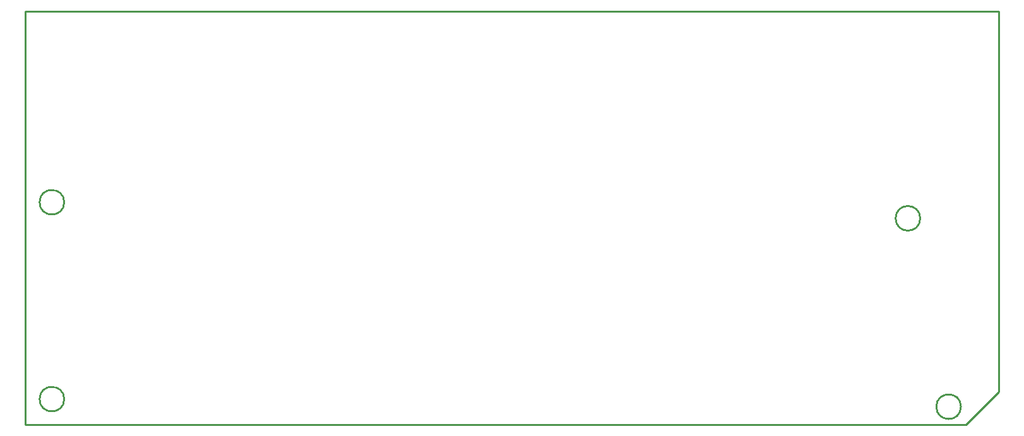
<source format=gko>
G04*
G04 #@! TF.GenerationSoftware,Altium Limited,Altium Designer,21.6.4 (81)*
G04*
G04 Layer_Color=16711935*
%FSLAX44Y44*%
%MOMM*%
G71*
G04*
G04 #@! TF.SameCoordinates,FF1FAEB7-4318-4351-9C75-77568BB5708F*
G04*
G04*
G04 #@! TF.FilePolarity,Positive*
G04*
G01*
G75*
%ADD13C,0.2540*%
D13*
X50800Y33020D02*
G03*
X50800Y33020I-16510J0D01*
G01*
Y297180D02*
G03*
X50800Y297180I-16510J0D01*
G01*
X1253490Y22860D02*
G03*
X1253490Y22860I-16510J0D01*
G01*
X1198880Y275590D02*
G03*
X1198880Y275590I-16510J0D01*
G01*
X-1270Y553720D02*
X1304290D01*
X1259840Y-1270D02*
X1304290Y43180D01*
X1304290Y553720D02*
X1304290Y43180D01*
X-1270Y-1270D02*
X1259840D01*
X-1270Y553720D02*
X-1270Y-1270D01*
M02*

</source>
